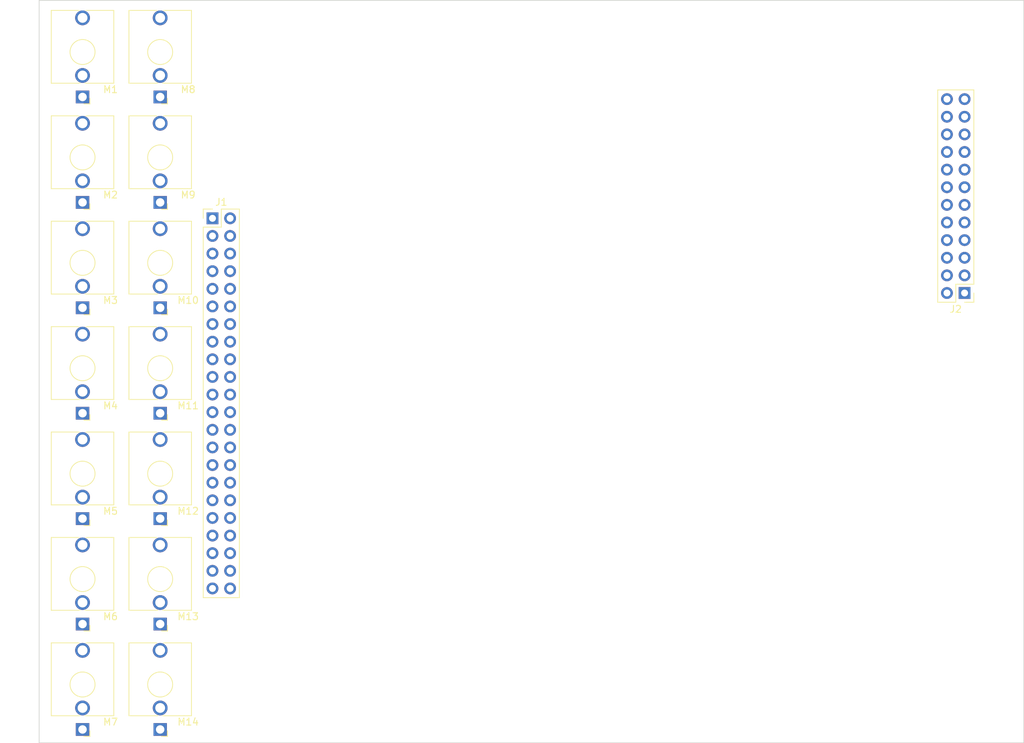
<source format=kicad_pcb>
(kicad_pcb (version 20240108) (generator "pcbnew") (generator_version "8.0")
  (layers (0 "F.Cu" signal) (31 "B.Cu" signal) (34 "B.Paste" user) (35 "F.Paste" user) (36 "B.SilkS" user "B.Silkscreen") (37 "F.SilkS" user "F.Silkscreen") (38 "B.Mask" user) (39 "F.Mask" user) (44 "Edge.Cuts" user))
  (net 0 "")
  (net 1 "GND")
  (net 2 "/Matrix/SW_A4")
  (net 3 "/Matrix/SW_C2")
  (net 4 "/Matrix/SW_B3")
  (net 5 "/Matrix/SW_A5")
  (net 6 "/IN4")
  (net 7 "/Matrix/SW_A3")
  (net 8 "/IN3")
  (net 9 "/Matrix/SW_B1")
  (net 10 "/IN2")
  (net 11 "/Matrix/SW_D3")
  (net 12 "/IN1")
  (net 13 "/Matrix/SW_C5")
  (net 14 "/Matrix/SW_A6")
  (net 15 "/Matrix/SW_D6")
  (net 16 "/Matrix/SW_B7")
  (net 17 "/Matrix/SW_A2")
  (net 18 "/Matrix/SW_C7")
  (net 19 "/Matrix/SW_A1")
  (net 20 "/Matrix/SW_D1")
  (net 21 "/Matrix/SW_C3")
  (net 22 "/Matrix/SW_C6")
  (net 23 "/Matrix/SW_D4")
  (net 24 "/Matrix/SW_B6")
  (net 25 "/Matrix/SW_A7")
  (net 26 "/IN6")
  (net 27 "/Matrix/SW_B5")
  (net 28 "/Matrix/SW_B4")
  (net 29 "/Matrix/SW_C4")
  (net 30 "/IN7")
  (net 31 "/Matrix/SW_D5")
  (net 32 "/IN5")
  (net 33 "/Matrix/SW_C1")
  (net 34 "/Matrix/SW_D7")
  (net 35 "/Matrix/SW_D2")
  (net 36 "/Matrix/SW_B2")
  (net 37 "/OUTD")
  (net 38 "/Matrix/SW_E1")
  (net 39 "/Matrix/SW_G2")
  (net 40 "/Matrix/SW_F7")
  (net 41 "/Matrix/SW_E5")
  (net 42 "/Matrix/SW_G6")
  (net 43 "/Matrix/SW_G1")
  (net 44 "/Matrix/SW_G7")
  (net 45 "/OUTF")
  (net 46 "/Matrix/SW_E2")
  (net 47 "/Matrix/SW_E4")
  (net 48 "/Matrix/SW_G3")
  (net 49 "/Matrix/SW_F6")
  (net 50 "/Matrix/SW_F1")
  (net 51 "/Matrix/SW_G4")
  (net 52 "/Matrix/SW_E6")
  (net 53 "/Matrix/SW_G5")
  (net 54 "/Matrix/SW_F4")
  (net 55 "/Matrix/SW_F2")
  (net 56 "/OUTB")
  (net 57 "/Matrix/SW_F5")
  (net 58 "/Matrix/SW_E3")
  (net 59 "/OUTG")
  (net 60 "/OUTA")
  (net 61 "/Matrix/SW_F3")
  (net 62 "/Matrix/SW_E7")
  (net 63 "/OUTE")
  (net 64 "/OUTC")
  (footprint "martin_module:Jack_3.5mm_QingPu_WQP-PJ398SM_Vertical_CircularHoles" (layer "F.Cu") (at 251.925 131.36333 180)
    (property "Reference" "M6" (at -4.03 1.08 180) (layer "F.SilkS"))
    (property "Value" "AUDIO-JACKERTHENVAR-PJ398")
    (fp_line (start 4.5 12.48) (end 0.5 12.48) (stroke (width 0.12)) (layer "F.SilkS"))
    (fp_line (start 4.5 1.98) (end 4.5 12.48) (stroke (width 0.12)) (layer "F.SilkS"))
    (fp_line (start 4.5 1.98) (end 0.35 1.98) (stroke (width 0.12)) (layer "F.SilkS"))
    (fp_line (start -0.35 1.98) (end -4.5 1.98) (stroke (width 0.12)) (layer "F.SilkS"))
    (fp_line (start -0.5 12.48) (end -4.5 12.48) (stroke (width 0.12)) (layer "F.SilkS"))
    (fp_line (start -1.06 -1) (end -0.2 -1) (stroke (width 0.12)) (layer "F.SilkS"))
    (fp_line (start -1.06 -1) (end -1.06 -0.2) (stroke (width 0.12)) (layer "F.SilkS"))
    (fp_line (start -4.5 1.98) (end -4.5 12.48) (stroke (width 0.12)) (layer "F.SilkS"))
    (fp_circle (center 0 6.48) (end 1.8 6.48) (stroke (width 0.12)) (fill none) (layer "F.SilkS"))
    (pad "1" thru_hole rect (at 0 0) (size 1.93 1.83) (drill 1.22) (layers "*.Cu" "*.Mask") (net 1 "GND"))
    (pad "2" thru_hole circle (at 0 3.1) (size 2.13 2.13) (drill 1.42) (layers "*.Cu" "*.Mask"))
    (pad "3" thru_hole circle (at 0 11.4) (size 2.13 2.13) (drill 1.43) (layers "*.Cu" "*.Mask") (net 26 "/IN6"))
  )
  (footprint "martin_module:Jack_3.5mm_QingPu_WQP-PJ398SM_Vertical_CircularHoles" (layer "F.Cu") (at 251.925 85.788332 180)
    (property "Reference" "M3" (at -4.03 1.08 180) (layer "F.SilkS"))
    (property "Value" "AUDIO-JACKERTHENVAR-PJ398")
    (fp_line (start 4.5 12.48) (end 0.5 12.48) (stroke (width 0.12)) (layer "F.SilkS"))
    (fp_line (start 4.5 1.98) (end 4.5 12.48) (stroke (width 0.12)) (layer "F.SilkS"))
    (fp_line (start 4.5 1.98) (end 0.35 1.98) (stroke (width 0.12)) (layer "F.SilkS"))
    (fp_line (start -0.35 1.98) (end -4.5 1.98) (stroke (width 0.12)) (layer "F.SilkS"))
    (fp_line (start -0.5 12.48) (end -4.5 12.48) (stroke (width 0.12)) (layer "F.SilkS"))
    (fp_line (start -1.06 -1) (end -0.2 -1) (stroke (width 0.12)) (layer "F.SilkS"))
    (fp_line (start -1.06 -1) (end -1.06 -0.2) (stroke (width 0.12)) (layer "F.SilkS"))
    (fp_line (start -4.5 1.98) (end -4.5 12.48) (stroke (width 0.12)) (layer "F.SilkS"))
    (fp_circle (center 0 6.48) (end 1.8 6.48) (stroke (width 0.12)) (fill none) (layer "F.SilkS"))
    (pad "1" thru_hole rect (at 0 0) (size 1.93 1.83) (drill 1.22) (layers "*.Cu" "*.Mask") (net 1 "GND"))
    (pad "2" thru_hole circle (at 0 3.1) (size 2.13 2.13) (drill 1.42) (layers "*.Cu" "*.Mask"))
    (pad "3" thru_hole circle (at 0 11.4) (size 2.13 2.13) (drill 1.43) (layers "*.Cu" "*.Mask") (net 8 "/IN3"))
  )
  (footprint "martin_module:Jack_3.5mm_QingPu_WQP-PJ398SM_Vertical_CircularHoles" (layer "F.Cu") (at 263.105 146.555 180)
    (property "Reference" "M14" (at -4.03 1.08 180) (layer "F.SilkS"))
    (property "Value" "AUDIO-JACKERTHENVAR-PJ398")
    (fp_line (start 4.5 12.48) (end 0.5 12.48) (stroke (width 0.12)) (layer "F.SilkS"))
    (fp_line (start 4.5 1.98) (end 4.5 12.48) (stroke (width 0.12)) (layer "F.SilkS"))
    (fp_line (start 4.5 1.98) (end 0.35 1.98) (stroke (width 0.12)) (layer "F.SilkS"))
    (fp_line (start -0.35 1.98) (end -4.5 1.98) (stroke (width 0.12)) (layer "F.SilkS"))
    (fp_line (start -0.5 12.48) (end -4.5 12.48) (stroke (width 0.12)) (layer "F.SilkS"))
    (fp_line (start -1.06 -1) (end -0.2 -1) (stroke (width 0.12)) (layer "F.SilkS"))
    (fp_line (start -1.06 -1) (end -1.06 -0.2) (stroke (width 0.12)) (layer "F.SilkS"))
    (fp_line (start -4.5 1.98) (end -4.5 12.48) (stroke (width 0.12)) (layer "F.SilkS"))
    (fp_circle (center 0 6.48) (end 1.8 6.48) (stroke (width 0.12)) (fill none) (layer "F.SilkS"))
    (pad "1" thru_hole rect (at 0 0) (size 1.93 1.83) (drill 1.22) (layers "*.Cu" "*.Mask") (net 1 "GND"))
    (pad "2" thru_hole circle (at 0 3.1) (size 2.13 2.13) (drill 1.42) (layers "*.Cu" "*.Mask"))
    (pad "3" thru_hole circle (at 0 11.4) (size 2.13 2.13) (drill 1.43) (layers "*.Cu" "*.Mask") (net 59 "/OUTG"))
  )
  (footprint "martin_module:Jack_3.5mm_QingPu_WQP-PJ398SM_Vertical_CircularHoles" (layer "F.Cu") (at 251.925 55.405 180)
    (property "Reference" "M1" (at -4.03 1.08 180) (layer "F.SilkS"))
    (property "Value" "AUDIO-JACKERTHENVAR-PJ398")
    (fp_line (start 4.5 12.48) (end 0.5 12.48) (stroke (width 0.12)) (layer "F.SilkS"))
    (fp_line (start 4.5 1.98) (end 4.5 12.48) (stroke (width 0.12)) (layer "F.SilkS"))
    (fp_line (start 4.5 1.98) (end 0.35 1.98) (stroke (width 0.12)) (layer "F.SilkS"))
    (fp_line (start -0.35 1.98) (end -4.5 1.98) (stroke (width 0.12)) (layer "F.SilkS"))
    (fp_line (start -0.5 12.48) (end -4.5 12.48) (stroke (width 0.12)) (layer "F.SilkS"))
    (fp_line (start -1.06 -1) (end -0.2 -1) (stroke (width 0.12)) (layer "F.SilkS"))
    (fp_line (start -1.06 -1) (end -1.06 -0.2) (stroke (width 0.12)) (layer "F.SilkS"))
    (fp_line (start -4.5 1.98) (end -4.5 12.48) (stroke (width 0.12)) (layer "F.SilkS"))
    (fp_circle (center 0 6.48) (end 1.8 6.48) (stroke (width 0.12)) (fill none) (layer "F.SilkS"))
    (pad "1" thru_hole rect (at 0 0) (size 1.93 1.83) (drill 1.22) (layers "*.Cu" "*.Mask") (net 1 "GND"))
    (pad "2" thru_hole circle (at 0 3.1) (size 2.13 2.13) (drill 1.42) (layers "*.Cu" "*.Mask"))
    (pad "3" thru_hole circle (at 0 11.4) (size 2.13 2.13) (drill 1.43) (layers "*.Cu" "*.Mask") (net 12 "/IN1"))
  )
  (footprint "martin_module:Jack_3.5mm_QingPu_WQP-PJ398SM_Vertical_CircularHoles" (layer "F.Cu") (at 251.925 116.171664 180)
    (property "Reference" "M5" (at -4.03 1.08 180) (layer "F.SilkS"))
    (property "Value" "AUDIO-JACKERTHENVAR-PJ398")
    (fp_line (start 4.5 12.48) (end 0.5 12.48) (stroke (width 0.12)) (layer "F.SilkS"))
    (fp_line (start 4.5 1.98) (end 4.5 12.48) (stroke (width 0.12)) (layer "F.SilkS"))
    (fp_line (start 4.5 1.98) (end 0.35 1.98) (stroke (width 0.12)) (layer "F.SilkS"))
    (fp_line (start -0.35 1.98) (end -4.5 1.98) (stroke (width 0.12)) (layer "F.SilkS"))
    (fp_line (start -0.5 12.48) (end -4.5 12.48) (stroke (width 0.12)) (layer "F.SilkS"))
    (fp_line (start -1.06 -1) (end -0.2 -1) (stroke (width 0.12)) (layer "F.SilkS"))
    (fp_line (start -1.06 -1) (end -1.06 -0.2) (stroke (width 0.12)) (layer "F.SilkS"))
    (fp_line (start -4.5 1.98) (end -4.5 12.48) (stroke (width 0.12)) (layer "F.SilkS"))
    (fp_circle (center 0 6.48) (end 1.8 6.48) (stroke (width 0.12)) (fill none) (layer "F.SilkS"))
    (pad "1" thru_hole rect (at 0 0) (size 1.93 1.83) (drill 1.22) (layers "*.Cu" "*.Mask") (net 1 "GND"))
    (pad "2" thru_hole circle (at 0 3.1) (size 2.13 2.13) (drill 1.42) (layers "*.Cu" "*.Mask"))
    (pad "3" thru_hole circle (at 0 11.4) (size 2.13 2.13) (drill 1.43) (layers "*.Cu" "*.Mask") (net 32 "/IN5"))
  )
  (footprint "Connector_PinHeader_2.54mm:PinHeader_2x22_P2.54mm_Vertical" (layer "F.Cu") (at 270.638968 72.89197)
    (property "Reference" "J1" (at 1.27 -2.33 0) (layer "F.SilkS"))
    (property "Value" "Conn_02x18_Odd_Even")
    (fp_line (start -1.33 -1.33) (end 0 -1.33) (stroke (width 0.12)) (layer "F.SilkS"))
    (fp_line (start -1.33 0) (end -1.33 -1.33) (stroke (width 0.12)) (layer "F.SilkS"))
    (fp_line (start -1.33 1.27) (end -1.33 54.67) (stroke (width 0.12)) (layer "F.SilkS"))
    (fp_line (start -1.33 1.27) (end 1.27 1.27) (stroke (width 0.12)) (layer "F.SilkS"))
    (fp_line (start -1.33 54.67) (end 3.87 54.67) (stroke (width 0.12)) (layer "F.SilkS"))
    (fp_line (start 1.27 -1.33) (end 3.87 -1.33) (stroke (width 0.12)) (layer "F.SilkS"))
    (fp_line (start 1.27 1.27) (end 1.27 -1.33) (stroke (width 0.12)) (layer "F.SilkS"))
    (fp_line (start 3.87 -1.33) (end 3.87 54.67) (stroke (width 0.12)) (layer "F.SilkS"))
    (pad "1" thru_hole rect (at 0 0) (size 1.7 1.7) (drill 1) (layers "*.Cu" "*.Mask") (net 12 "/IN1"))
    (pad "2" thru_hole oval (at 2.54 0) (size 1.7 1.7) (drill 1) (layers "*.Cu" "*.Mask") (net 60 "/OUTA"))
    (pad "3" thru_hole oval (at 0 2.54) (size 1.7 1.7) (drill 1) (layers "*.Cu" "*.Mask") (net 10 "/IN2"))
    (pad "4" thru_hole oval (at 2.54 2.54) (size 1.7 1.7) (drill 1) (layers "*.Cu" "*.Mask") (net 56 "/OUTB"))
    (pad "5" thru_hole oval (at 0 5.08) (size 1.7 1.7) (drill 1) (layers "*.Cu" "*.Mask") (net 8 "/IN3"))
    (pad "6" thru_hole oval (at 2.54 5.08) (size 1.7 1.7) (drill 1) (layers "*.Cu" "*.Mask") (net 64 "/OUTC"))
    (pad "7" thru_hole oval (at 0 7.62) (size 1.7 1.7) (drill 1) (layers "*.Cu" "*.Mask") (net 6 "/IN4"))
    (pad "8" thru_hole oval (at 2.54 7.62) (size 1.7 1.7) (drill 1) (layers "*.Cu" "*.Mask") (net 37 "/OUTD"))
    (pad "9" thru_hole oval (at 0 10.16) (size 1.7 1.7) (drill 1) (layers "*.Cu" "*.Mask") (net 32 "/IN5"))
    (pad "10" thru_hole oval (at 2.54 10.16) (size 1.7 1.7) (drill 1) (layers "*.Cu" "*.Mask") (net 63 "/OUTE"))
    (pad "11" thru_hole oval (at 0 12.7) (size 1.7 1.7) (drill 1) (layers "*.Cu" "*.Mask") (net 26 "/IN6"))
    (pad "12" thru_hole oval (at 2.54 12.7) (size 1.7 1.7) (drill 1) (layers "*.Cu" "*.Mask") (net 45 "/OUTF"))
    (pad "13" thru_hole oval (at 0 15.24) (size 1.7 1.7) (drill 1) (layers "*.Cu" "*.Mask") (net 30 "/IN7"))
    (pad "14" thru_hole oval (at 2.54 15.24) (size 1.7 1.7) (drill 1) (layers "*.Cu" "*.Mask") (net 59 "/OUTG"))
    (pad "15" thru_hole oval (at 0 17.78) (size 1.7 1.7) (drill 1) (layers "*.Cu" "*.Mask") (net 19 "/Matrix/SW_A1"))
    (pad "16" thru_hole oval (at 2.54 17.78) (size 1.7 1.7) (drill 1) (layers "*.Cu" "*.Mask") (net 7 "/Matrix/SW_A3"))
    (pad "17" thru_hole oval (at 0 20.32) (size 1.7 1.7) (drill 1) (layers "*.Cu" "*.Mask") (net 17 "/Matrix/SW_A2"))
    (pad "18" thru_hole oval (at 2.54 20.32) (size 1.7 1.7) (drill 1) (layers "*.Cu" "*.Mask") (net 2 "/Matrix/SW_A4"))
    (pad "19" thru_hole oval (at 0 22.86) (size 1.7 1.7) (drill 1) (layers "*.Cu" "*.Mask") (net 5 "/Matrix/SW_A5"))
    (pad "20" thru_hole oval (at 2.54 22.86) (size 1.7 1.7) (drill 1) (layers "*.Cu" "*.Mask") (net 25 "/Matrix/SW_A7"))
    (pad "21" thru_hole oval (at 0 25.4) (size 1.7 1.7) (drill 1) (layers "*.Cu" "*.Mask") (net 14 "/Matrix/SW_A6"))
    (pad "22" thru_hole oval (at 2.54 25.4) (size 1.7 1.7) (drill 1) (layers "*.Cu" "*.Mask") (net 9 "/Matrix/SW_B1"))
    (pad "23" thru_hole oval (at 0 27.94) (size 1.7 1.7) (drill 1) (layers "*.Cu" "*.Mask") (net 4 "/Matrix/SW_B3"))
    (pad "24" thru_hole oval (at 2.54 27.94) (size 1.7 1.7) (drill 1) (layers "*.Cu" "*.Mask") (net 36 "/Matrix/SW_B2"))
    (pad "25" thru_hole oval (at 0 30.48) (size 1.7 1.7) (drill 1) (layers "*.Cu" "*.Mask") (net 28 "/Matrix/SW_B4"))
    (pad "26" thru_hole oval (at 2.54 30.48) (size 1.7 1.7) (drill 1) (layers "*.Cu" "*.Mask") (net 27 "/Matrix/SW_B5"))
    (pad "27" thru_hole oval (at 0 33.02) (size 1.7 1.7) (drill 1) (layers "*.Cu" "*.Mask") (net 16 "/Matrix/SW_B7"))
    (pad "28" thru_hole oval (at 2.54 33.02) (size 1.7 1.7) (drill 1) (layers "*.Cu" "*.Mask") (net 24 "/Matrix/SW_B6"))
    (pad "29" thru_hole oval (at 0 35.56) (size 1.7 1.7) (drill 1) (layers "*.Cu" "*.Mask") (net 21 "/Matrix/SW_C3"))
    (pad "30" thru_hole oval (at 2.54 35.56) (size 1.7 1.7) (drill 1) (layers "*.Cu" "*.Mask") (net 33 "/Matrix/SW_C1"))
    (pad "31" thru_hole oval (at 0 38.1) (size 1.7 1.7) (drill 1) (layers "*.Cu" "*.Mask") (net 29 "/Matrix/SW_C4"))
    (pad "32" thru_hole oval (at 2.54 38.1) (size 1.7 1.7) (drill 1) (layers "*.Cu" "*.Mask") (net 3 "/Matrix/SW_C2"))
    (pad "33" thru_hole oval (at 0 40.64) (size 1.7 1.7) (drill 1) (layers "*.Cu" "*.Mask") (net 18 "/Matrix/SW_C7"))
    (pad "34" thru_hole oval (at 2.54 40.64) (size 1.7 1.7) (drill 1) (layers "*.Cu" "*.Mask") (net 13 "/Matrix/SW_C5"))
    (pad "35" thru_hole oval (at 0 43.18) (size 1.7 1.7) (drill 1) (layers "*.Cu" "*.Mask") (net 20 "/Matrix/SW_D1"))
    (pad "36" thru_hole oval (at 2.54 43.18) (size 1.7 1.7) (drill 1) (layers "*.Cu" "*.Mask") (net 22 "/Matrix/SW_C6"))
    (pad "37" thru_hole oval (at 0 45.72) (size 1.7 1.7) (drill 1) (layers "*.Cu" "*.Mask") (net 35 "/Matrix/SW_D2"))
    (pad "38" thru_hole oval (at 2.54 45.72) (size 1.7 1.7) (drill 1) (layers "*.Cu" "*.Mask") (net 11 "/Matrix/SW_D3"))
    (pad "39" thru_hole oval (at 0 48.26) (size 1.7 1.7) (drill 1) (layers "*.Cu" "*.Mask") (net 31 "/Matrix/SW_D5"))
    (pad "40" thru_hole oval (at 2.54 48.26) (size 1.7 1.7) (drill 1) (layers "*.Cu" "*.Mask") (net 23 "/Matrix/SW_D4"))
    (pad "41" thru_hole oval (at 0 50.8) (size 1.7 1.7) (drill 1) (layers "*.Cu" "*.Mask") (net 15 "/Matrix/SW_D6"))
    (pad "42" thru_hole oval (at 2.54 50.8) (size 1.7 1.7) (drill 1) (layers "*.Cu" "*.Mask") (net 34 "/Matrix/SW_D7"))
    (pad "43" thru_hole oval (at 0 53.34) (size 1.7 1.7) (drill 1) (layers "*.Cu" "*.Mask") (net 1 "GND"))
    (pad "44" thru_hole oval (at 2.54 53.34) (size 1.7 1.7) (drill 1) (layers "*.Cu" "*.Mask") (net 1 "GND"))
  )
  (footprint "martin_module:Jack_3.5mm_QingPu_WQP-PJ398SM_Vertical_CircularHoles" (layer "F.Cu") (at 263.105 85.788332 180)
    (property "Reference" "M10" (at -4.03 1.08 180) (layer "F.SilkS"))
    (property "Value" "AUDIO-JACKERTHENVAR-PJ398")
    (fp_line (start 4.5 12.48) (end 0.5 12.48) (stroke (width 0.12)) (layer "F.SilkS"))
    (fp_line (start 4.5 1.98) (end 4.5 12.48) (stroke (width 0.12)) (layer "F.SilkS"))
    (fp_line (start 4.5 1.98) (end 0.35 1.98) (stroke (width 0.12)) (layer "F.SilkS"))
    (fp_line (start -0.35 1.98) (end -4.5 1.98) (stroke (width 0.12)) (layer "F.SilkS"))
    (fp_line (start -0.5 12.48) (end -4.5 12.48) (stroke (width 0.12)) (layer "F.SilkS"))
    (fp_line (start -1.06 -1) (end -0.2 -1) (stroke (width 0.12)) (layer "F.SilkS"))
    (fp_line (start -1.06 -1) (end -1.06 -0.2) (stroke (width 0.12)) (layer "F.SilkS"))
    (fp_line (start -4.5 1.98) (end -4.5 12.48) (stroke (width 0.12)) (layer "F.SilkS"))
    (fp_circle (center 0 6.48) (end 1.8 6.48) (stroke (width 0.12)) (fill none) (layer "F.SilkS"))
    (pad "1" thru_hole rect (at 0 0) (size 1.93 1.83) (drill 1.22) (layers "*.Cu" "*.Mask") (net 1 "GND"))
    (pad "2" thru_hole circle (at 0 3.1) (size 2.13 2.13) (drill 1.42) (layers "*.Cu" "*.Mask"))
    (pad "3" thru_hole circle (at 0 11.4) (size 2.13 2.13) (drill 1.43) (layers "*.Cu" "*.Mask") (net 64 "/OUTC"))
  )
  (footprint "martin_module:Jack_3.5mm_QingPu_WQP-PJ398SM_Vertical_CircularHoles" (layer "F.Cu") (at 263.105 55.405 180)
    (property "Reference" "M8" (at -4.03 1.08 180) (layer "F.SilkS"))
    (property "Value" "AUDIO-JACKERTHENVAR-PJ398")
    (fp_line (start 4.5 12.48) (end 0.5 12.48) (stroke (width 0.12)) (layer "F.SilkS"))
    (fp_line (start 4.5 1.98) (end 4.5 12.48) (stroke (width 0.12)) (layer "F.SilkS"))
    (fp_line (start 4.5 1.98) (end 0.35 1.98) (stroke (width 0.12)) (layer "F.SilkS"))
    (fp_line (start -0.35 1.98) (end -4.5 1.98) (stroke (width 0.12)) (layer "F.SilkS"))
    (fp_line (start -0.5 12.48) (end -4.5 12.48) (stroke (width 0.12)) (layer "F.SilkS"))
    (fp_line (start -1.06 -1) (end -0.2 -1) (stroke (width 0.12)) (layer "F.SilkS"))
    (fp_line (start -1.06 -1) (end -1.06 -0.2) (stroke (width 0.12)) (layer "F.SilkS"))
    (fp_line (start -4.5 1.98) (end -4.5 12.48) (stroke (width 0.12)) (layer "F.SilkS"))
    (fp_circle (center 0 6.48) (end 1.8 6.48) (stroke (width 0.12)) (fill none) (layer "F.SilkS"))
    (pad "1" thru_hole rect (at 0 0) (size 1.93 1.83) (drill 1.22) (layers "*.Cu" "*.Mask") (net 1 "GND"))
    (pad "2" thru_hole circle (at 0 3.1) (size 2.13 2.13) (drill 1.42) (layers "*.Cu" "*.Mask"))
    (pad "3" thru_hole circle (at 0 11.4) (size 2.13 2.13) (drill 1.43) (layers "*.Cu" "*.Mask") (net 60 "/OUTA"))
  )
  (footprint "Connector_PinHeader_2.54mm:PinHeader_2x12_P2.54mm_Vertical" (layer "F.Cu") (at 378.955 83.655 180)
    (property "Reference" "J2" (at 1.27 -2.33 180) (layer "F.SilkS"))
    (property "Value" "Conn_02x12_Odd_Even")
    (fp_line (start 3.87 -1.33) (end 3.87 29.27) (stroke (width 0.12)) (layer "F.SilkS"))
    (fp_line (start 1.27 1.27) (end 1.27 -1.33) (stroke (width 0.12)) (layer "F.SilkS"))
    (fp_line (start 1.27 -1.33) (end 3.87 -1.33) (stroke (width 0.12)) (layer "F.SilkS"))
    (fp_line (start -1.33 29.27) (end 3.87 29.27) (stroke (width 0.12)) (layer "F.SilkS"))
    (fp_line (start -1.33 1.27) (end 1.27 1.27) (stroke (width 0.12)) (layer "F.SilkS"))
    (fp_line (start -1.33 1.27) (end -1.33 29.27) (stroke (width 0.12)) (layer "F.SilkS"))
    (fp_line (start -1.33 0) (end -1.33 -1.33) (stroke (width 0.12)) (layer "F.SilkS"))
    (fp_line (start -1.33 -1.33) (end 0 -1.33) (stroke (width 0.12)) (layer "F.SilkS"))
    (pad "1" thru_hole rect (at 0 0 180) (size 1.7 1.7) (drill 1) (layers "*.Cu" "*.Mask") (net 58 "/Matrix/SW_E3"))
    (pad "2" thru_hole oval (at 2.54 0 180) (size 1.7 1.7) (drill 1) (layers "*.Cu" "*.Mask") (net 38 "/Matrix/SW_E1"))
    (pad "3" thru_hole oval (at 0 2.54 180) (size 1.7 1.7) (drill 1) (layers "*.Cu" "*.Mask") (net 47 "/Matrix/SW_E4"))
    (pad "4" thru_hole oval (at 2.54 2.54 180) (size 1.7 1.7) (drill 1) (layers "*.Cu" "*.Mask") (net 46 "/Matrix/SW_E2"))
    (pad "5" thru_hole oval (at 0 5.08 180) (size 1.7 1.7) (drill 1) (layers "*.Cu" "*.Mask") (net 62 "/Matrix/SW_E7"))
    (pad "6" thru_hole oval (at 2.54 5.08 180) (size 1.7 1.7) (drill 1) (layers "*.Cu" "*.Mask") (net 41 "/Matrix/SW_E5"))
    (pad "7" thru_hole oval (at 0 7.62 180) (size 1.7 1.7) (drill 1) (layers "*.Cu" "*.Mask") (net 50 "/Matrix/SW_F1"))
    (pad "8" thru_hole oval (at 2.54 7.62 180) (size 1.7 1.7) (drill 1) (layers "*.Cu" "*.Mask") (net 52 "/Matrix/SW_E6"))
    (pad "9" thru_hole oval (at 0 10.16 180) (size 1.7 1.7) (drill 1) (layers "*.Cu" "*.Mask") (net 55 "/Matrix/SW_F2"))
    (pad "10" thru_hole oval (at 2.54 10.16 180) (size 1.7 1.7) (drill 1) (layers "*.Cu" "*.Mask") (net 61 "/Matrix/SW_F3"))
    (pad "11" thru_hole oval (at 0 12.7 180) (size 1.7 1.7) (drill 1) (layers "*.Cu" "*.Mask") (net 57 "/Matrix/SW_F5"))
    (pad "12" thru_hole oval (at 2.54 12.7 180) (size 1.7 1.7) (drill 1) (layers "*.Cu" "*.Mask") (net 54 "/Matrix/SW_F4"))
    (pad "13" thru_hole oval (at 0 15.24 180) (size 1.7 1.7) (drill 1) (layers "*.Cu" "*.Mask") (net 49 "/Matrix/SW_F6"))
    (pad "14" thru_hole oval (at 2.54 15.24 180) (size 1.7 1.7) (drill 1) (layers "*.Cu" "*.Mask") (net 40 "/Matrix/SW_F7"))
    (pad "15" thru_hole oval (at 0 17.78 180) (size 1.7 1.7) (drill 1) (layers "*.Cu" "*.Mask") (net 48 "/Matrix/SW_G3"))
    (pad "16" thru_hole oval (at 2.54 17.78 180) (size 1.7 1.7) (drill 1) (layers "*.Cu" "*.Mask") (net 43 "/Matrix/SW_G1"))
    (pad "17" thru_hole oval (at 0 20.32 180) (size 1.7 1.7) (drill 1) (layers "*.Cu" "*.Mask") (net 51 "/Matrix/SW_G4"))
    (pad "18" thru_hole oval (at 2.54 20.32 180) (size 1.7 1.7) (drill 1) (layers "*.Cu" "*.Mask") (net 39 "/Matrix/SW_G2"))
    (pad "19" thru_hole oval (at 0 22.86 180) (size 1.7 1.7) (drill 1) (layers "*.Cu" "*.Mask") (net 44 "/Matrix/SW_G7"))
    (pad "20" thru_hole oval (at 2.54 22.86 180) (size 1.7 1.7) (drill 1) (layers "*.Cu" "*.Mask") (net 53 "/Matrix/SW_G5"))
    (pad "21" thru_hole oval (at 0 25.4 180) (size 1.7 1.7) (drill 1) (layers "*.Cu" "*.Mask") (net 1 "GND"))
    (pad "22" thru_hole oval (at 2.54 25.4 180) (size 1.7 1.7) (drill 1) (layers "*.Cu" "*.Mask") (net 42 "/Matrix/SW_G6"))
    (pad "23" thru_hole oval (at 0 27.94 180) (size 1.7 1.7) (drill 1) (layers "*.Cu" "*.Mask") (net 1 "GND"))
    (pad "24" thru_hole oval (at 2.54 27.94 180) (size 1.7 1.7) (drill 1) (layers "*.Cu" "*.Mask") (net 1 "GND"))
  )
  (footprint "martin_module:Jack_3.5mm_QingPu_WQP-PJ398SM_Vertical_CircularHoles" (layer "F.Cu") (at 263.105 100.979998 180)
    (property "Reference" "M11" (at -4.03 1.08 180) (layer "F.SilkS"))
    (property "Value" "AUDIO-JACKERTHENVAR-PJ398")
    (fp_line (start 4.5 12.48) (end 0.5 12.48) (stroke (width 0.12)) (layer "F.SilkS"))
    (fp_line (start 4.5 1.98) (end 4.5 12.48) (stroke (width 0.12)) (layer "F.SilkS"))
    (fp_line (start 4.5 1.98) (end 0.35 1.98) (stroke (width 0.12)) (layer "F.SilkS"))
    (fp_line (start -0.35 1.98) (end -4.5 1.98) (stroke (width 0.12)) (layer "F.SilkS"))
    (fp_line (start -0.5 12.48) (end -4.5 12.48) (stroke (width 0.12)) (layer "F.SilkS"))
    (fp_line (start -1.06 -1) (end -0.2 -1) (stroke (width 0.12)) (layer "F.SilkS"))
    (fp_line (start -1.06 -1) (end -1.06 -0.2) (stroke (width 0.12)) (layer "F.SilkS"))
    (fp_line (start -4.5 1.98) (end -4.5 12.48) (stroke (width 0.12)) (layer "F.SilkS"))
    (fp_circle (center 0 6.48) (end 1.8 6.48) (stroke (width 0.12)) (fill none) (layer "F.SilkS"))
    (pad "1" thru_hole rect (at 0 0) (size 1.93 1.83) (drill 1.22) (layers "*.Cu" "*.Mask") (net 1 "GND"))
    (pad "2" thru_hole circle (at 0 3.1) (size 2.13 2.13) (drill 1.42) (layers "*.Cu" "*.Mask"))
    (pad "3" thru_hole circle (at 0 11.4) (size 2.13 2.13) (drill 1.43) (layers "*.Cu" "*.Mask") (net 37 "/OUTD"))
  )
  (footprint "martin_module:Jack_3.5mm_QingPu_WQP-PJ398SM_Vertical_CircularHoles" (layer "F.Cu") (at 263.105 131.36333 180)
    (property "Reference" "M13" (at -4.03 1.08 180) (layer "F.SilkS"))
    (property "Value" "AUDIO-JACKERTHENVAR-PJ398")
    (fp_line (start 4.5 12.48) (end 0.5 12.48) (stroke (width 0.12)) (layer "F.SilkS"))
    (fp_line (start 4.5 1.98) (end 4.5 12.48) (stroke (width 0.12)) (layer "F.SilkS"))
    (fp_line (start 4.5 1.98) (end 0.35 1.98) (stroke (width 0.12)) (layer "F.SilkS"))
    (fp_line (start -0.35 1.98) (end -4.5 1.98) (stroke (width 0.12)) (layer "F.SilkS"))
    (fp_line (start -0.5 12.48) (end -4.5 12.48) (stroke (width 0.12)) (layer "F.SilkS"))
    (fp_line (start -1.06 -1) (end -0.2 -1) (stroke (width 0.12)) (layer "F.SilkS"))
    (fp_line (start -1.06 -1) (end -1.06 -0.2) (stroke (width 0.12)) (layer "F.SilkS"))
    (fp_line (start -4.5 1.98) (end -4.5 12.48) (stroke (width 0.12)) (layer "F.SilkS"))
    (fp_circle (center 0 6.48) (end 1.8 6.48) (stroke (width 0.12)) (fill none) (layer "F.SilkS"))
    (pad "1" thru_hole rect (at 0 0) (size 1.93 1.83) (drill 1.22) (layers "*.Cu" "*.Mask") (net 1 "GND"))
    (pad "2" thru_hole circle (at 0 3.1) (size 2.13 2.13) (drill 1.42) (layers "*.Cu" "*.Mask"))
    (pad "3" thru_hole circle (at 0 11.4) (size 2.13 2.13) (drill 1.43) (layers "*.Cu" "*.Mask") (net 45 "/OUTF"))
  )
  (footprint "martin_module:Jack_3.5mm_QingPu_WQP-PJ398SM_Vertical_CircularHoles" (layer "F.Cu") (at 251.925 70.596666 180)
    (property "Reference" "M2" (at -4.03 1.08 180) (layer "F.SilkS"))
    (property "Value" "AUDIO-JACKERTHENVAR-PJ398")
    (fp_line (start 4.5 12.48) (end 0.5 12.48) (stroke (width 0.12)) (layer "F.SilkS"))
    (fp_line (start 4.5 1.98) (end 4.5 12.48) (stroke (width 0.12)) (layer "F.SilkS"))
    (fp_line (start 4.5 1.98) (end 0.35 1.98) (stroke (width 0.12)) (layer "F.SilkS"))
    (fp_line (start -0.35 1.98) (end -4.5 1.98) (stroke (width 0.12)) (layer "F.SilkS"))
    (fp_line (start -0.5 12.48) (end -4.5 12.48) (stroke (width 0.12)) (layer "F.SilkS"))
    (fp_line (start -1.06 -1) (end -0.2 -1) (stroke (width 0.12)) (layer "F.SilkS"))
    (fp_line (start -1.06 -1) (end -1.06 -0.2) (stroke (width 0.12)) (layer "F.SilkS"))
    (fp_line (start -4.5 1.98) (end -4.5 12.48) (stroke (width 0.12)) (layer "F.SilkS"))
    (fp_circle (center 0 6.48) (end 1.8 6.48) (stroke (width 0.12)) (fill none) (layer "F.SilkS"))
    (pad "1" thru_hole rect (at 0 0) (size 1.93 1.83) (drill 1.22) (layers "*.Cu" "*.Mask") (net 1 "GND"))
    (pad "2" thru_hole circle (at 0 3.1) (size 2.13 2.13) (drill 1.42) (layers "*.Cu" "*.Mask"))
    (pad "3" thru_hole circle (at 0 11.4) (size 2.13 2.13) (drill 1.43) (layers "*.Cu" "*.Mask") (net 10 "/IN2"))
  )
  (footprint "martin_module:Jack_3.5mm_QingPu_WQP-PJ398SM_Vertical_CircularHoles" (layer "F.Cu") (at 263.105 70.596666 180)
    (property "Reference" "M9" (at -4.03 1.08 180) (layer "F.SilkS"))
    (property "Value" "AUDIO-JACKERTHENVAR-PJ398")
    (fp_line (start 4.5 12.48) (end 0.5 12.48) (stroke (width 0.12)) (layer "F.SilkS"))
    (fp_line (start 4.5 1.98) (end 4.5 12.48) (stroke (width 0.12)) (layer "F.SilkS"))
    (fp_line (start 4.5 1.98) (end 0.35 1.98) (stroke (width 0.12)) (layer "F.SilkS"))
    (fp_line (start -0.35 1.98) (end -4.5 1.98) (stroke (width 0.12)) (layer "F.SilkS"))
    (fp_line (start -0.5 12.48) (end -4.5 12.48) (stroke (width 0.12)) (layer "F.SilkS"))
    (fp_line (start -1.06 -1) (end -0.2 -1) (stroke (width 0.12)) (layer "F.SilkS"))
    (fp_line (start -1.06 -1) (end -1.06 -0.2) (stroke (width 0.12)) (layer "F.SilkS"))
    (fp_line (start -4.5 1.98) (end -4.5 12.48) (stroke (width 0.12)) (layer "F.SilkS"))
    (fp_circle (center 0 6.48) (end 1.8 6.48) (stroke (width 0.12)) (fill none) (layer "F.SilkS"))
    (pad "1" thru_hole rect (at 0 0) (size 1.93 1.83) (drill 1.22) (layers "*.Cu" "*.Mask") (net 1 "GND"))
    (pad "2" thru_hole circle (at 0 3.1) (size 2.13 2.13) (drill 1.42) (layers "*.Cu" "*.Mask"))
    (pad "3" thru_hole circle (at 0 11.4) (size 2.13 2.13) (drill 1.43) (layers "*.Cu" "*.Mask") (net 56 "/OUTB"))
  )
  (footprint "martin_module:Jack_3.5mm_QingPu_WQP-PJ398SM_Vertical_CircularHoles" (layer "F.Cu") (at 251.925 100.979998 180)
    (property "Reference" "M4" (at -4.03 1.08 180) (layer "F.SilkS"))
    (property "Value" "AUDIO-JACKERTHENVAR-PJ398")
    (fp_line (start 4.5 12.48) (end 0.5 12.48) (stroke (width 0.12)) (layer "F.SilkS"))
    (fp_line (start 4.5 1.98) (end 4.5 12.48) (stroke (width 0.12)) (layer "F.SilkS"))
    (fp_line (start 4.5 1.98) (end 0.35 1.98) (stroke (width 0.12)) (layer "F.SilkS"))
    (fp_line (start -0.35 1.98) (end -4.5 1.98) (stroke (width 0.12)) (layer "F.SilkS"))
    (fp_line (start -0.5 12.48) (end -4.5 12.48) (stroke (width 0.12)) (layer "F.SilkS"))
    (fp_line (start -1.06 -1) (end -0.2 -1) (stroke (width 0.12)) (layer "F.SilkS"))
    (fp_line (start -1.06 -1) (end -1.06 -0.2) (stroke (width 0.12)) (layer "F.SilkS"))
    (fp_line (start -4.5 1.98) (end -4.5 12.48) (stroke (width 0.12)) (layer "F.SilkS"))
    (fp_circle (center 0 6.48) (end 1.8 6.48) (stroke (width 0.12)) (fill none) (layer "F.SilkS"))
    (pad "1" thru_hole rect (at 0 0) (size 1.93 1.83) (drill 1.22) (layers "*.Cu" "*.Mask") (net 1 "GND"))
    (pad "2" thru_hole circle (at 0 3.1) (size 2.13 2.13) (drill 1.42) (layers "*.Cu" "*.Mask"))
    (pad "3" thru_hole circle (at 0 11.4) (size 2.13 2.13) (drill 1.43) (layers "*.Cu" "*.Mask") (net 6 "/IN4"))
  )
  (footprint "martin_module:Jack_3.5mm_QingPu_WQP-PJ398SM_Vertical_CircularHoles" (layer "F.Cu") (at 263.105 116.171664 180)
    (property "Reference" "M12" (at -4.03 1.08 180) (layer "F.SilkS"))
    (property "Value" "AUDIO-JACKERTHENVAR-PJ398")
    (fp_line (start 4.5 12.48) (end 0.5 12.48) (stroke (width 0.12)) (layer "F.SilkS"))
    (fp_line (start 4.5 1.98) (end 4.5 12.48) (stroke (width 0.12)) (layer "F.SilkS"))
    (fp_line (start 4.5 1.98) (end 0.35 1.98) (stroke (width 0.12)) (layer "F.SilkS"))
    (fp_line (start -0.35 1.98) (end -4.5 1.98) (stroke (width 0.12)) (layer "F.SilkS"))
    (fp_line (start -0.5 12.48) (end -4.5 12.48) (stroke (width 0.12)) (layer "F.SilkS"))
    (fp_line (start -1.06 -1) (end -0.2 -1) (stroke (width 0.12)) (layer "F.SilkS"))
    (fp_line (start -1.06 -1) (end -1.06 -0.2) (stroke (width 0.12)) (layer "F.SilkS"))
    (fp_line (start -4.5 1.98) (end -4.5 12.48) (stroke (width 0.12)) (layer "F.SilkS"))
    (fp_circle (center 0 6.48) (end 1.8 6.48) (stroke (width 0.12)) (fill none) (layer "F.SilkS"))
    (pad "1" thru_hole rect (at 0 0) (size 1.93 1.83) (drill 1.22) (layers "*.Cu" "*.Mask") (net 1 "GND"))
    (pad "2" thru_hole circle (at 0 3.1) (size 2.13 2.13) (drill 1.42) (layers "*.Cu" "*.Mask"))
    (pad "3" thru_hole circle (at 0 11.4) (size 2.13 2.13) (drill 1.43) (layers "*.Cu" "*.Mask") (net 63 "/OUTE"))
  )
  (footprint "martin_module:Jack_3.5mm_QingPu_WQP-PJ398SM_Vertical_CircularHoles" (layer "F.Cu") (at 251.925 146.555 180)
    (property "Reference" "M7" (at -4.03 1.08 180) (layer "F.SilkS"))
    (property "Value" "AUDIO-JACKERTHENVAR-PJ398")
    (fp_line (start 4.5 12.48) (end 0.5 12.48) (stroke (width 0.12)) (layer "F.SilkS"))
    (fp_line (start 4.5 1.98) (end 4.5 12.48) (stroke (width 0.12)) (layer "F.SilkS"))
    (fp_line (start 4.5 1.98) (end 0.35 1.98) (stroke (width 0.12)) (layer "F.SilkS"))
    (fp_line (start -0.35 1.98) (end -4.5 1.98) (stroke (width 0.12)) (layer "F.SilkS"))
    (fp_line (start -0.5 12.48) (end -4.5 12.48) (stroke (width 0.12)) (layer "F.SilkS"))
    (fp_line (start -1.06 -1) (end -0.2 -1) (stroke (width 0.12)) (layer "F.SilkS"))
    (fp_line (start -1.06 -1) (end -1.06 -0.2) (stroke (width 0.12)) (layer "F.SilkS"))
    (fp_line (start -4.5 1.98) (end -4.5 12.48) (stroke (width 0.12)) (layer "F.SilkS"))
    (fp_circle (center 0 6.48) (end 1.8 6.48) (stroke (width 0.12)) (fill none) (layer "F.SilkS"))
    (pad "1" thru_hole rect (at 0 0) (size 1.93 1.83) (drill 1.22) (layers "*.Cu" "*.Mask") (net 1 "GND"))
    (pad "2" thru_hole circle (at 0 3.1) (size 2.13 2.13) (drill 1.42) (layers "*.Cu" "*.Mask"))
    (pad "3" thru_hole circle (at 0 11.4) (size 2.13 2.13) (drill 1.43) (layers "*.Cu" "*.Mask") (net 30 "/IN7"))
  )
  (gr_line (start 387.48 148.48) (end 387.48 41.48) (stroke (width 0.1)) (layer "Edge.Cuts"))
  (gr_line (start 245.68 41.48) (end 245.68 148.48) (stroke (width 0.1)) (layer "Edge.Cuts"))
  (gr_line (start 245.68 148.48) (end 387.48 148.48) (stroke (width 0.1)) (layer "Edge.Cuts"))
  (gr_line (start 387.48 41.48) (end 245.68 41.48) (stroke (width 0.1)) (layer "Edge.Cuts"))
)
</source>
